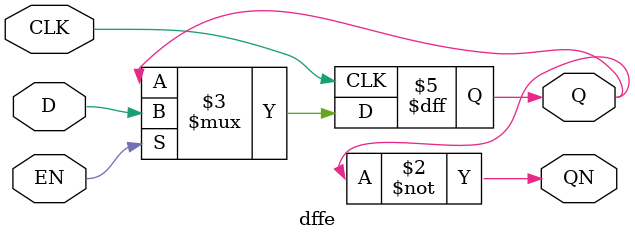
<source format=v>
module dffn(input CLK, D, output reg Q, output QN);

always @(negedge CLK)
	Q <= D;

assign QN = ~Q;

endmodule

module dffsr(input CLK, D, CLEAR, PRESET, output reg Q, output QN);

always @(posedge CLK, posedge CLEAR, posedge PRESET)
	if (CLEAR)
		Q <= 0;
	else if (PRESET)
		Q <= 1;
	else
		Q <= D;

assign QN = ~Q;

endmodule

module dffe(input CLK, EN, D, output reg Q, output QN);

always @(negedge CLK)
	if (EN) Q <= D;

assign QN = ~Q;

endmodule

</source>
